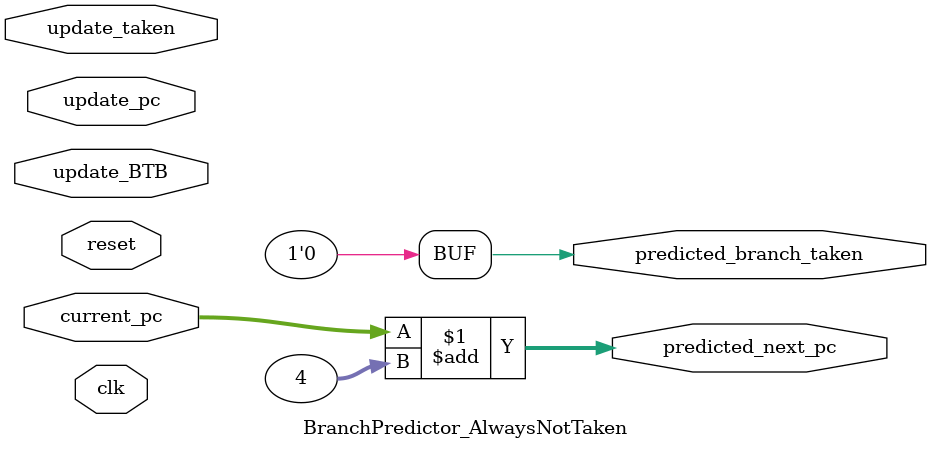
<source format=v>
module BranchPredictor_AlwaysNotTaken(
    input reset,
    input clk,
    // For updating the predictor
    input [31:0] update_pc,
    input [31:0] update_BTB,
    input update_taken,
    // For generating predictions
    input [31:0] current_pc,
    output [31:0] predicted_next_pc,
    output predicted_branch_taken
    );
	
	// Always not taken
	// if valid and the tags match, use BTB
	assign predicted_next_pc = current_pc + 4;
	assign predicted_branch_taken = 1'b0;
endmodule

</source>
